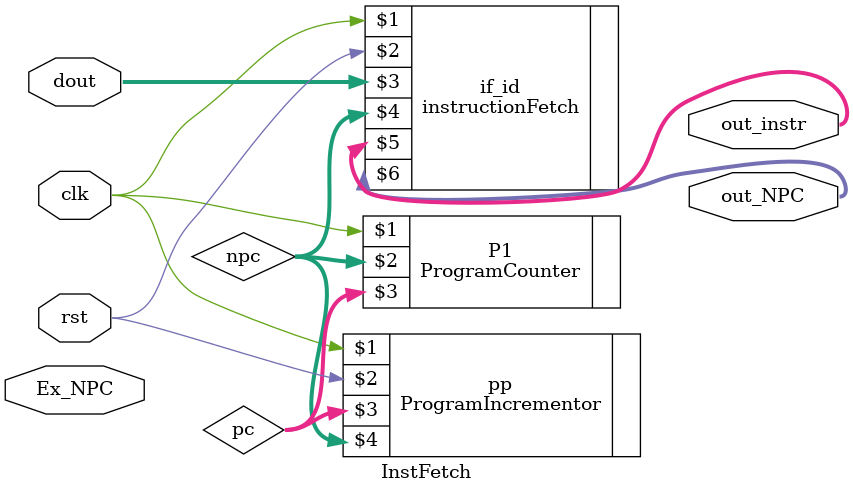
<source format=v>
`timescale 1ns / 1ps
module InstFetch(
	 input clk,
	 input rst,
	 input [31:0]dout,
    input [31:0] Ex_NPC,
	 output [31:0] out_instr,
	 output [31:0] out_NPC
    );

wire [31:0] npc,pc; 


ProgramCounter P1(clk,npc,pc);  
  
  
instructionFetch if_id(clk,rst,dout,npc,out_instr,out_NPC);
ProgramIncrementor  pp(clk,rst,pc,npc);


endmodule
</source>
